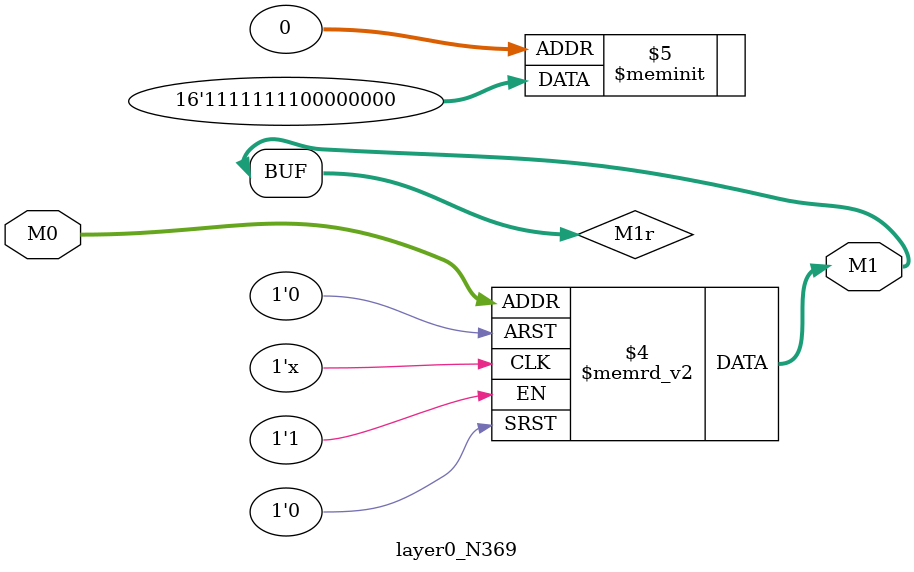
<source format=v>
module layer0_N369 ( input [2:0] M0, output [1:0] M1 );

	(*rom_style = "distributed" *) reg [1:0] M1r;
	assign M1 = M1r;
	always @ (M0) begin
		case (M0)
			3'b000: M1r = 2'b00;
			3'b100: M1r = 2'b11;
			3'b010: M1r = 2'b00;
			3'b110: M1r = 2'b11;
			3'b001: M1r = 2'b00;
			3'b101: M1r = 2'b11;
			3'b011: M1r = 2'b00;
			3'b111: M1r = 2'b11;

		endcase
	end
endmodule

</source>
